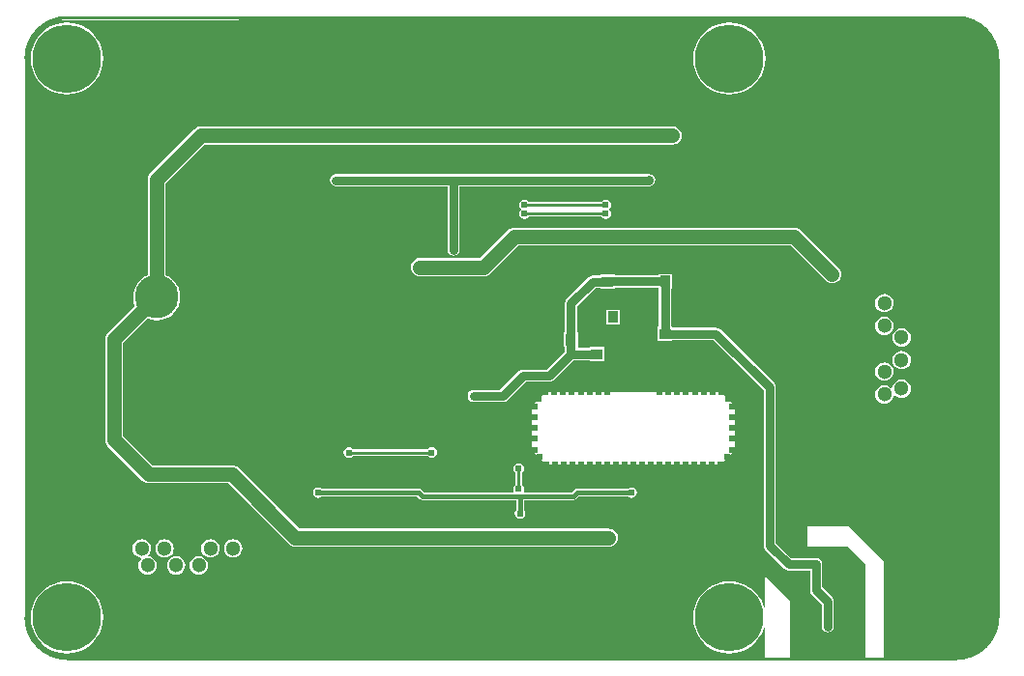
<source format=gbl>
G04*
G04 #@! TF.GenerationSoftware,Altium Limited,Altium Designer,22.0.2 (36)*
G04*
G04 Layer_Physical_Order=2*
G04 Layer_Color=16711680*
%FSLAX25Y25*%
%MOIN*%
G70*
G04*
G04 #@! TF.SameCoordinates,A6D4CE7A-EFCD-4D6A-9A72-3AB9F5591AE9*
G04*
G04*
G04 #@! TF.FilePolarity,Positive*
G04*
G01*
G75*
%ADD16C,0.01000*%
%ADD21R,0.03661X0.03858*%
%ADD44R,0.03858X0.03661*%
%ADD82C,0.05000*%
%ADD85C,0.01500*%
%ADD87C,0.03000*%
%ADD88C,0.14961*%
%ADD89O,0.08661X0.04724*%
%ADD90C,0.05118*%
%ADD91O,0.05118X0.10630*%
%ADD92O,0.05118X0.09449*%
%ADD93O,0.10630X0.05118*%
%ADD94O,0.09449X0.05118*%
%ADD95C,0.23622*%
%ADD96C,0.02400*%
G36*
X354271Y275431D02*
X356066Y274950D01*
X357782Y274239D01*
X359391Y273310D01*
X360865Y272179D01*
X362179Y270865D01*
X363310Y269391D01*
X364239Y267782D01*
X364950Y266066D01*
X365431Y264271D01*
X365673Y262429D01*
Y261500D01*
Y68571D01*
Y67642D01*
X365431Y65800D01*
X364950Y64005D01*
X364239Y62289D01*
X363310Y60680D01*
X362179Y59206D01*
X360865Y57892D01*
X359391Y56761D01*
X357782Y55832D01*
X356066Y55121D01*
X354271Y54640D01*
X352429Y54398D01*
X326958D01*
X326500Y54500D01*
X326500Y54898D01*
Y88000D01*
X314500Y100000D01*
X300000D01*
Y93000D01*
X314000D01*
X320000Y87000D01*
Y54898D01*
X320000Y54500D01*
X319542Y54398D01*
X294458D01*
X294000Y54500D01*
X294000Y54898D01*
Y74500D01*
X285500Y83000D01*
Y72221D01*
X285000Y72162D01*
X284939Y72418D01*
X284191Y74223D01*
X283170Y75888D01*
X281902Y77374D01*
X280416Y78643D01*
X278750Y79663D01*
X276945Y80411D01*
X275046Y80867D01*
X273098Y81020D01*
X271151Y80867D01*
X269251Y80411D01*
X267446Y79663D01*
X265781Y78643D01*
X264295Y77374D01*
X263027Y75888D01*
X262006Y74223D01*
X261258Y72418D01*
X260802Y70518D01*
X260649Y68571D01*
X260802Y66623D01*
X261258Y64724D01*
X262006Y62919D01*
X263027Y61253D01*
X264295Y59768D01*
X265781Y58499D01*
X267446Y57478D01*
X269251Y56731D01*
X271151Y56275D01*
X273098Y56121D01*
X275046Y56275D01*
X276945Y56731D01*
X278750Y57478D01*
X280416Y58499D01*
X281902Y59768D01*
X283170Y61253D01*
X284191Y62919D01*
X284939Y64724D01*
X285000Y64980D01*
X285500Y64921D01*
Y54898D01*
X285500Y54500D01*
X285042Y54398D01*
X43823D01*
X41981Y54640D01*
X40186Y55121D01*
X38470Y55832D01*
X36861Y56761D01*
X35387Y57892D01*
X34073Y59206D01*
X32942Y60680D01*
X32013Y62289D01*
X31302Y64005D01*
X30821Y65800D01*
X30579Y67642D01*
Y68571D01*
Y261484D01*
Y262413D01*
X30821Y264255D01*
X31302Y266050D01*
X32013Y267766D01*
X32942Y269375D01*
X34073Y270849D01*
X35387Y272163D01*
X36861Y273294D01*
X38470Y274223D01*
X40186Y274934D01*
X41981Y275415D01*
X42730Y275514D01*
X42787Y275228D01*
X43030Y274864D01*
X43394Y274621D01*
X43823Y274536D01*
X103323D01*
X103752Y274621D01*
X104116Y274864D01*
X104359Y275228D01*
X104445Y275658D01*
X351500D01*
Y275673D01*
X352429D01*
X354271Y275431D01*
D02*
G37*
%LPC*%
G36*
X273098Y273934D02*
X271151Y273780D01*
X269251Y273324D01*
X267446Y272577D01*
X265781Y271556D01*
X264295Y270287D01*
X263027Y268802D01*
X262006Y267136D01*
X261258Y265331D01*
X260802Y263432D01*
X260649Y261484D01*
X260802Y259537D01*
X261258Y257637D01*
X262006Y255832D01*
X263027Y254167D01*
X264295Y252681D01*
X265781Y251413D01*
X267446Y250392D01*
X269251Y249644D01*
X271151Y249188D01*
X273098Y249035D01*
X275046Y249188D01*
X276945Y249644D01*
X278750Y250392D01*
X280416Y251413D01*
X281902Y252681D01*
X283170Y254167D01*
X284191Y255832D01*
X284939Y257637D01*
X285395Y259537D01*
X285548Y261484D01*
X285395Y263432D01*
X284939Y265331D01*
X284191Y267136D01*
X283170Y268802D01*
X281902Y270287D01*
X280416Y271556D01*
X278750Y272577D01*
X276945Y273324D01*
X275046Y273780D01*
X273098Y273934D01*
D02*
G37*
G36*
X44752D02*
X42805Y273780D01*
X40905Y273324D01*
X39100Y272577D01*
X37434Y271556D01*
X35949Y270287D01*
X34680Y268802D01*
X33659Y267136D01*
X32912Y265331D01*
X32456Y263432D01*
X32303Y261484D01*
X32456Y259537D01*
X32912Y257637D01*
X33659Y255832D01*
X34680Y254167D01*
X35949Y252681D01*
X37434Y251413D01*
X39100Y250392D01*
X40905Y249644D01*
X42805Y249188D01*
X44752Y249035D01*
X46700Y249188D01*
X48599Y249644D01*
X50404Y250392D01*
X52069Y251413D01*
X53555Y252681D01*
X54824Y254167D01*
X55844Y255832D01*
X56592Y257637D01*
X57048Y259537D01*
X57201Y261484D01*
X57048Y263432D01*
X56592Y265331D01*
X55844Y267136D01*
X54824Y268802D01*
X53555Y270287D01*
X52069Y271556D01*
X50404Y272577D01*
X48599Y273324D01*
X46700Y273780D01*
X44752Y273934D01*
D02*
G37*
G36*
X230500Y212835D02*
X229798Y212696D01*
X229202Y212298D01*
X229085Y212122D01*
X203915D01*
X203798Y212298D01*
X203202Y212696D01*
X202500Y212835D01*
X201798Y212696D01*
X201202Y212298D01*
X200804Y211702D01*
X200665Y211000D01*
X200804Y210298D01*
X201202Y209702D01*
Y209298D01*
X200804Y208702D01*
X200665Y208000D01*
X200804Y207298D01*
X201202Y206702D01*
X201798Y206304D01*
X202500Y206165D01*
X203202Y206304D01*
X203798Y206702D01*
X203915Y206878D01*
X229085D01*
X229202Y206702D01*
X229798Y206304D01*
X230500Y206165D01*
X231202Y206304D01*
X231798Y206702D01*
X232196Y207298D01*
X232335Y208000D01*
X232196Y208702D01*
X231798Y209298D01*
Y209702D01*
X232196Y210298D01*
X232335Y211000D01*
X232196Y211702D01*
X231798Y212298D01*
X231202Y212696D01*
X230500Y212835D01*
D02*
G37*
G36*
X245449Y221661D02*
X245350Y221641D01*
X137500D01*
X136681Y221478D01*
X135986Y221014D01*
X135522Y220319D01*
X135359Y219500D01*
X135522Y218681D01*
X135986Y217986D01*
X136681Y217522D01*
X137500Y217359D01*
X175859D01*
Y195500D01*
X176022Y194681D01*
X176486Y193986D01*
X177181Y193522D01*
X178000Y193359D01*
X178819Y193522D01*
X179514Y193986D01*
X179978Y194681D01*
X180141Y195500D01*
Y217359D01*
X245429D01*
X246249Y217522D01*
X246943Y217986D01*
X246963Y218006D01*
X247427Y218700D01*
X247590Y219520D01*
X247427Y220339D01*
X246963Y221034D01*
X246268Y221498D01*
X245449Y221661D01*
D02*
G37*
G36*
X253431Y187127D02*
X248569D01*
Y186690D01*
X233702D01*
Y186931D01*
X228644D01*
Y186641D01*
X226000D01*
X225181Y186478D01*
X224486Y186014D01*
X216986Y178514D01*
X216522Y177819D01*
X216359Y177000D01*
Y166961D01*
X216069D01*
Y161903D01*
X216297D01*
Y160387D01*
X210051Y154141D01*
X202000D01*
X201181Y153978D01*
X200486Y153514D01*
X194113Y147141D01*
X185000D01*
X184181Y146978D01*
X183486Y146514D01*
X183022Y145819D01*
X182859Y145000D01*
X183022Y144181D01*
X183486Y143486D01*
X184181Y143022D01*
X185000Y142859D01*
X195000D01*
X195819Y143022D01*
X196514Y143486D01*
X202887Y149859D01*
X210938D01*
X211757Y150022D01*
X212452Y150486D01*
X219325Y157359D01*
X224971D01*
Y157069D01*
X230029D01*
Y161931D01*
X224971D01*
Y161641D01*
X221322D01*
X220931Y161903D01*
Y166961D01*
X220641D01*
Y176113D01*
X226887Y182359D01*
X228644D01*
Y182069D01*
X233702D01*
Y182408D01*
X248569D01*
Y182069D01*
X248810D01*
Y168931D01*
X248372D01*
Y164069D01*
X253431D01*
Y164359D01*
X267613D01*
X284859Y147113D01*
Y93500D01*
X285022Y92681D01*
X285486Y91986D01*
X292018Y85454D01*
X292713Y84990D01*
X293532Y84827D01*
X300891D01*
Y77968D01*
X301054Y77149D01*
X301518Y76454D01*
X304859Y73113D01*
Y65500D01*
X305022Y64681D01*
X305486Y63986D01*
X306181Y63522D01*
X307000Y63359D01*
X307819Y63522D01*
X308514Y63986D01*
X308978Y64681D01*
X309141Y65500D01*
Y74000D01*
X308978Y74819D01*
X308514Y75514D01*
X305173Y78855D01*
Y86968D01*
X305010Y87787D01*
X304546Y88482D01*
X303851Y88946D01*
X303032Y89109D01*
X294419D01*
X289141Y94387D01*
Y148000D01*
X288978Y148819D01*
X288514Y149514D01*
X270014Y168014D01*
X269319Y168478D01*
X268500Y168641D01*
X253431D01*
Y168931D01*
X253092D01*
Y182069D01*
X253431D01*
Y187127D01*
D02*
G37*
G36*
X295500Y203127D02*
X295500Y203127D01*
X199000D01*
X198191Y203020D01*
X197437Y202708D01*
X196789Y202211D01*
X196789Y202211D01*
X187205Y192627D01*
X166500D01*
X165691Y192520D01*
X164937Y192208D01*
X164289Y191711D01*
X163792Y191063D01*
X163480Y190309D01*
X163373Y189500D01*
X163480Y188691D01*
X163792Y187937D01*
X164289Y187289D01*
X164937Y186792D01*
X165691Y186480D01*
X166500Y186373D01*
X188500D01*
X188500Y186373D01*
X189309Y186480D01*
X190063Y186792D01*
X190711Y187289D01*
X200295Y196873D01*
X294205D01*
X306289Y184789D01*
X306937Y184292D01*
X307691Y183980D01*
X308500Y183873D01*
X309309Y183980D01*
X310063Y184292D01*
X310711Y184789D01*
X311208Y185437D01*
X311520Y186191D01*
X311627Y187000D01*
X311520Y187809D01*
X311208Y188563D01*
X310711Y189211D01*
X297711Y202211D01*
X297063Y202708D01*
X296309Y203020D01*
X295500Y203127D01*
D02*
G37*
G36*
X326563Y180234D02*
X325738Y180125D01*
X324970Y179807D01*
X324310Y179300D01*
X323803Y178640D01*
X323485Y177872D01*
X323376Y177047D01*
X323485Y176223D01*
X323803Y175454D01*
X324310Y174794D01*
X324970Y174288D01*
X325738Y173969D01*
X326563Y173861D01*
X327387Y173969D01*
X328156Y174288D01*
X328816Y174794D01*
X329322Y175454D01*
X329640Y176223D01*
X329749Y177047D01*
X329640Y177872D01*
X329322Y178640D01*
X328816Y179300D01*
X328156Y179807D01*
X327387Y180125D01*
X326563Y180234D01*
D02*
G37*
G36*
X90866Y237993D02*
X90461Y237940D01*
X90057Y237886D01*
X89303Y237574D01*
X88655Y237077D01*
X73470Y221892D01*
X72973Y221245D01*
X72661Y220490D01*
X72554Y219681D01*
X72554Y219681D01*
Y186692D01*
X71170Y185952D01*
X69940Y184942D01*
X68930Y183712D01*
X68180Y182308D01*
X67718Y180785D01*
X67562Y179201D01*
X67718Y177617D01*
X68173Y176115D01*
X58789Y166731D01*
X58292Y166083D01*
X57980Y165329D01*
X57873Y164520D01*
X57873Y164520D01*
Y130000D01*
X57873Y130000D01*
X57980Y129191D01*
X58292Y128437D01*
X58789Y127789D01*
X70789Y115789D01*
X70789Y115789D01*
X71437Y115292D01*
X72191Y114980D01*
X73000Y114873D01*
X100339D01*
X121289Y93923D01*
X121289Y93923D01*
X121937Y93426D01*
X122691Y93114D01*
X123500Y93007D01*
X231500D01*
X232309Y93114D01*
X233063Y93426D01*
X233711Y93923D01*
X234208Y94570D01*
X234520Y95325D01*
X234627Y96134D01*
X234520Y96943D01*
X234208Y97697D01*
X233711Y98345D01*
X233063Y98842D01*
X232309Y99154D01*
X231500Y99261D01*
X124795D01*
X103845Y120211D01*
X103197Y120708D01*
X102443Y121020D01*
X101634Y121127D01*
X101634Y121127D01*
X74295D01*
X64127Y131295D01*
Y163225D01*
X72595Y171693D01*
X74097Y171238D01*
X75681Y171082D01*
X77265Y171238D01*
X78788Y171700D01*
X80192Y172450D01*
X81422Y173460D01*
X82432Y174690D01*
X83182Y176094D01*
X83644Y177617D01*
X83801Y179201D01*
X83644Y180785D01*
X83182Y182308D01*
X82432Y183712D01*
X81422Y184942D01*
X80192Y185952D01*
X78808Y186692D01*
Y218386D01*
X92161Y231739D01*
X253500D01*
X254309Y231846D01*
X255063Y232158D01*
X255711Y232655D01*
X256208Y233303D01*
X256520Y234057D01*
X256627Y234866D01*
X256520Y235675D01*
X256208Y236430D01*
X255711Y237077D01*
X255063Y237574D01*
X254309Y237886D01*
X253500Y237993D01*
X90866D01*
X90866Y237993D01*
D02*
G37*
G36*
X235462Y174835D02*
X230601D01*
Y169777D01*
X235462D01*
Y174835D01*
D02*
G37*
G36*
X326563Y172360D02*
X325738Y172251D01*
X324970Y171933D01*
X324310Y171426D01*
X323803Y170766D01*
X323485Y169998D01*
X323376Y169173D01*
X323485Y168349D01*
X323803Y167580D01*
X324310Y166920D01*
X324970Y166414D01*
X325738Y166095D01*
X326563Y165987D01*
X327387Y166095D01*
X328156Y166414D01*
X328816Y166920D01*
X329322Y167580D01*
X329640Y168349D01*
X329749Y169173D01*
X329640Y169998D01*
X329322Y170766D01*
X328816Y171426D01*
X328156Y171933D01*
X327387Y172251D01*
X326563Y172360D01*
D02*
G37*
G36*
X332469Y168422D02*
X331644Y168314D01*
X330875Y167996D01*
X330216Y167489D01*
X329709Y166829D01*
X329391Y166061D01*
X329282Y165236D01*
X329391Y164411D01*
X329709Y163643D01*
X330216Y162983D01*
X330875Y162477D01*
X331644Y162159D01*
X332469Y162050D01*
X333293Y162159D01*
X334062Y162477D01*
X334722Y162983D01*
X335228Y163643D01*
X335546Y164411D01*
X335655Y165236D01*
X335546Y166061D01*
X335228Y166829D01*
X334722Y167489D01*
X334062Y167996D01*
X333293Y168314D01*
X332469Y168422D01*
D02*
G37*
G36*
Y160548D02*
X331644Y160440D01*
X330875Y160122D01*
X330216Y159615D01*
X329709Y158955D01*
X329391Y158187D01*
X329282Y157362D01*
X329391Y156537D01*
X329709Y155769D01*
X330216Y155109D01*
X330875Y154603D01*
X331644Y154285D01*
X332469Y154176D01*
X333293Y154285D01*
X334062Y154603D01*
X334722Y155109D01*
X335228Y155769D01*
X335546Y156537D01*
X335655Y157362D01*
X335546Y158187D01*
X335228Y158955D01*
X334722Y159615D01*
X334062Y160122D01*
X333293Y160440D01*
X332469Y160548D01*
D02*
G37*
G36*
X326563Y156612D02*
X325738Y156503D01*
X324970Y156185D01*
X324310Y155678D01*
X323803Y155018D01*
X323485Y154250D01*
X323376Y153425D01*
X323485Y152601D01*
X323803Y151832D01*
X324310Y151172D01*
X324970Y150666D01*
X325738Y150347D01*
X326563Y150239D01*
X327387Y150347D01*
X328156Y150666D01*
X328816Y151172D01*
X329322Y151832D01*
X329640Y152601D01*
X329749Y153425D01*
X329640Y154250D01*
X329322Y155018D01*
X328816Y155678D01*
X328156Y156185D01*
X327387Y156503D01*
X326563Y156612D01*
D02*
G37*
G36*
X332469Y150707D02*
X331644Y150598D01*
X330875Y150280D01*
X330216Y149773D01*
X329709Y149113D01*
X329391Y148345D01*
X329338Y147945D01*
X328816Y147804D01*
X328156Y148311D01*
X327387Y148629D01*
X326563Y148738D01*
X325738Y148629D01*
X324970Y148311D01*
X324310Y147804D01*
X323803Y147144D01*
X323485Y146376D01*
X323376Y145551D01*
X323485Y144727D01*
X323803Y143958D01*
X324310Y143298D01*
X324970Y142792D01*
X325738Y142473D01*
X326563Y142365D01*
X327387Y142473D01*
X328156Y142792D01*
X328816Y143298D01*
X329322Y143958D01*
X329640Y144727D01*
X329693Y145127D01*
X330216Y145267D01*
X330875Y144761D01*
X331644Y144442D01*
X332469Y144334D01*
X333293Y144442D01*
X334062Y144761D01*
X334722Y145267D01*
X335228Y145927D01*
X335546Y146695D01*
X335655Y147520D01*
X335546Y148345D01*
X335228Y149113D01*
X334722Y149773D01*
X334062Y150280D01*
X333293Y150598D01*
X332469Y150707D01*
D02*
G37*
G36*
X170500Y127335D02*
X169798Y127196D01*
X169202Y126798D01*
X169085Y126622D01*
X143415D01*
X143298Y126798D01*
X142702Y127196D01*
X142000Y127335D01*
X141298Y127196D01*
X140702Y126798D01*
X140304Y126202D01*
X140165Y125500D01*
X140304Y124798D01*
X140702Y124202D01*
X141298Y123804D01*
X142000Y123665D01*
X142702Y123804D01*
X143298Y124202D01*
X143415Y124378D01*
X169085D01*
X169202Y124202D01*
X169798Y123804D01*
X170500Y123665D01*
X171202Y123804D01*
X171798Y124202D01*
X172196Y124798D01*
X172335Y125500D01*
X172196Y126202D01*
X171798Y126798D01*
X171202Y127196D01*
X170500Y127335D01*
D02*
G37*
G36*
X270241Y146259D02*
X209759D01*
X205000Y141500D01*
Y126500D01*
X205000D01*
X210000Y121500D01*
X270000D01*
X275000Y126500D01*
Y141500D01*
X270241Y146259D01*
D02*
G37*
G36*
X200500Y121835D02*
X199798Y121696D01*
X199202Y121298D01*
X198804Y120702D01*
X198665Y120000D01*
X198804Y119298D01*
X199202Y118702D01*
X199378Y118585D01*
Y114415D01*
X199202Y114298D01*
X198804Y113702D01*
X198665Y113000D01*
X198799Y112326D01*
X198800Y112239D01*
X198544Y111826D01*
X167765D01*
X167033Y112558D01*
X166587Y112856D01*
X166060Y112961D01*
X132635D01*
X132157Y113280D01*
X131455Y113420D01*
X130752Y113280D01*
X130157Y112882D01*
X129759Y112287D01*
X129619Y111585D01*
X129759Y110882D01*
X130157Y110287D01*
X130752Y109889D01*
X131455Y109749D01*
X132157Y109889D01*
X132635Y110208D01*
X165490D01*
X166221Y109477D01*
X166668Y109178D01*
X167194Y109073D01*
X167195Y109074D01*
X199624D01*
Y105680D01*
X199304Y105202D01*
X199165Y104500D01*
X199304Y103798D01*
X199702Y103202D01*
X200298Y102804D01*
X201000Y102665D01*
X201702Y102804D01*
X202298Y103202D01*
X202696Y103798D01*
X202835Y104500D01*
X202696Y105202D01*
X202376Y105680D01*
Y109074D01*
X219450D01*
X219977Y109178D01*
X220423Y109477D01*
X221155Y110208D01*
X238235D01*
X238713Y109889D01*
X239415Y109749D01*
X240118Y109889D01*
X240713Y110287D01*
X241111Y110882D01*
X241251Y111585D01*
X241111Y112287D01*
X240713Y112882D01*
X240118Y113280D01*
X239415Y113420D01*
X238713Y113280D01*
X238235Y112961D01*
X220585D01*
X220585Y112961D01*
X220058Y112856D01*
X219611Y112558D01*
X218880Y111826D01*
X202456D01*
X202200Y112239D01*
X202201Y112326D01*
X202335Y113000D01*
X202196Y113702D01*
X201798Y114298D01*
X201622Y114415D01*
Y118585D01*
X201798Y118702D01*
X202196Y119298D01*
X202335Y120000D01*
X202196Y120702D01*
X201798Y121298D01*
X201202Y121696D01*
X200500Y121835D01*
D02*
G37*
G36*
X102051Y95608D02*
X101226Y95500D01*
X100458Y95181D01*
X99798Y94675D01*
X99292Y94015D01*
X98973Y93247D01*
X98865Y92422D01*
X98973Y91597D01*
X99292Y90829D01*
X99798Y90169D01*
X100458Y89663D01*
X101226Y89344D01*
X102051Y89236D01*
X102876Y89344D01*
X103644Y89663D01*
X104304Y90169D01*
X104810Y90829D01*
X105129Y91597D01*
X105237Y92422D01*
X105129Y93247D01*
X104810Y94015D01*
X104304Y94675D01*
X103644Y95181D01*
X102876Y95500D01*
X102051Y95608D01*
D02*
G37*
G36*
X94177D02*
X93352Y95500D01*
X92584Y95181D01*
X91924Y94675D01*
X91418Y94015D01*
X91099Y93247D01*
X90991Y92422D01*
X91099Y91597D01*
X91418Y90829D01*
X91924Y90169D01*
X92584Y89663D01*
X93352Y89344D01*
X94177Y89236D01*
X95002Y89344D01*
X95770Y89663D01*
X96430Y90169D01*
X96936Y90829D01*
X97255Y91597D01*
X97363Y92422D01*
X97255Y93247D01*
X96936Y94015D01*
X96430Y94675D01*
X95770Y95181D01*
X95002Y95500D01*
X94177Y95608D01*
D02*
G37*
G36*
X78429D02*
X77604Y95500D01*
X76836Y95181D01*
X76176Y94675D01*
X75670Y94015D01*
X75351Y93247D01*
X75243Y92422D01*
X75351Y91597D01*
X75670Y90829D01*
X76176Y90169D01*
X76836Y89663D01*
X77604Y89344D01*
X78429Y89236D01*
X79254Y89344D01*
X80022Y89663D01*
X80682Y90169D01*
X81188Y90829D01*
X81507Y91597D01*
X81615Y92422D01*
X81507Y93247D01*
X81188Y94015D01*
X80682Y94675D01*
X80022Y95181D01*
X79254Y95500D01*
X78429Y95608D01*
D02*
G37*
G36*
X90240Y89702D02*
X89415Y89594D01*
X88647Y89275D01*
X87987Y88769D01*
X87481Y88109D01*
X87162Y87341D01*
X87054Y86516D01*
X87162Y85691D01*
X87481Y84923D01*
X87987Y84263D01*
X88647Y83757D01*
X89415Y83438D01*
X90240Y83330D01*
X91065Y83438D01*
X91833Y83757D01*
X92493Y84263D01*
X92999Y84923D01*
X93318Y85691D01*
X93426Y86516D01*
X93318Y87341D01*
X92999Y88109D01*
X92493Y88769D01*
X91833Y89275D01*
X91065Y89594D01*
X90240Y89702D01*
D02*
G37*
G36*
X82366D02*
X81541Y89594D01*
X80773Y89275D01*
X80113Y88769D01*
X79607Y88109D01*
X79288Y87341D01*
X79180Y86516D01*
X79288Y85691D01*
X79607Y84923D01*
X80113Y84263D01*
X80773Y83757D01*
X81541Y83438D01*
X82366Y83330D01*
X83191Y83438D01*
X83959Y83757D01*
X84619Y84263D01*
X85125Y84923D01*
X85444Y85691D01*
X85552Y86516D01*
X85444Y87341D01*
X85125Y88109D01*
X84619Y88769D01*
X83959Y89275D01*
X83191Y89594D01*
X82366Y89702D01*
D02*
G37*
G36*
X70555Y95608D02*
X69730Y95500D01*
X68962Y95181D01*
X68302Y94675D01*
X67796Y94015D01*
X67477Y93247D01*
X67369Y92422D01*
X67477Y91597D01*
X67796Y90829D01*
X68302Y90169D01*
X68962Y89663D01*
X69730Y89344D01*
X70130Y89292D01*
X70271Y88769D01*
X69765Y88109D01*
X69446Y87341D01*
X69338Y86516D01*
X69446Y85691D01*
X69765Y84923D01*
X70271Y84263D01*
X70931Y83757D01*
X71699Y83438D01*
X72524Y83330D01*
X73349Y83438D01*
X74117Y83757D01*
X74777Y84263D01*
X75283Y84923D01*
X75602Y85691D01*
X75710Y86516D01*
X75602Y87341D01*
X75283Y88109D01*
X74777Y88769D01*
X74117Y89275D01*
X73349Y89594D01*
X72948Y89646D01*
X72808Y90169D01*
X73314Y90829D01*
X73633Y91597D01*
X73741Y92422D01*
X73633Y93247D01*
X73314Y94015D01*
X72808Y94675D01*
X72148Y95181D01*
X71380Y95500D01*
X70555Y95608D01*
D02*
G37*
G36*
X44752Y81020D02*
X42805Y80867D01*
X40905Y80411D01*
X39100Y79663D01*
X37434Y78643D01*
X35949Y77374D01*
X34680Y75888D01*
X33659Y74223D01*
X32912Y72418D01*
X32456Y70518D01*
X32303Y68571D01*
X32456Y66623D01*
X32912Y64724D01*
X33659Y62919D01*
X34680Y61253D01*
X35949Y59768D01*
X37434Y58499D01*
X39100Y57478D01*
X40905Y56731D01*
X42805Y56275D01*
X44752Y56121D01*
X46700Y56275D01*
X48599Y56731D01*
X50404Y57478D01*
X52069Y58499D01*
X53555Y59768D01*
X54824Y61253D01*
X55844Y62919D01*
X56592Y64724D01*
X57048Y66623D01*
X57201Y68571D01*
X57048Y70518D01*
X56592Y72418D01*
X55844Y74223D01*
X54824Y75888D01*
X53555Y77374D01*
X52069Y78643D01*
X50404Y79663D01*
X48599Y80411D01*
X46700Y80867D01*
X44752Y81020D01*
D02*
G37*
%LPD*%
D16*
X200500Y113000D02*
Y120000D01*
X142000Y125500D02*
X170500D01*
X202500Y211000D02*
X230500D01*
X202500Y208000D02*
X230500D01*
X351500Y54398D02*
G03*
X365673Y68571I0J14173D01*
G01*
Y261500D02*
G03*
X351500Y275673I-14173J0D01*
G01*
X30579Y68571D02*
G03*
X44752Y54398I14173J0D01*
G01*
Y275658D02*
G03*
X30579Y261484I0J-14173D01*
G01*
X44752Y275658D02*
X351500D01*
X365673Y68571D02*
Y261500D01*
X44752Y54398D02*
X351500D01*
X30579Y68571D02*
Y261484D01*
D21*
X233032Y172306D02*
D03*
X226969D02*
D03*
X224563Y164432D02*
D03*
X218500D02*
D03*
X257063Y184598D02*
D03*
X251000D02*
D03*
D44*
X231173Y190563D02*
D03*
Y184500D02*
D03*
X250902Y160437D02*
D03*
Y166500D02*
D03*
X227500Y153437D02*
D03*
Y159500D02*
D03*
D82*
X166500Y189500D02*
X188500D01*
X123500Y96134D02*
X231500D01*
X101634Y118000D02*
X123500Y96134D01*
X145500Y234866D02*
X253500D01*
X90866D02*
X145500D01*
X73000Y118000D02*
X101634D01*
X61000Y130000D02*
Y164520D01*
Y130000D02*
X73000Y118000D01*
X75681Y179200D02*
Y179201D01*
X61000Y164520D02*
X75681Y179200D01*
X75681Y219681D02*
X90866Y234866D01*
X75681Y179201D02*
X75681Y179202D01*
Y219681D01*
X205500Y200000D02*
X295500D01*
X199000D02*
X205500D01*
X295500D02*
X308500Y187000D01*
X188500Y189500D02*
X199000Y200000D01*
D85*
X201000Y110450D02*
X219450D01*
X167194D02*
X201000D01*
Y104500D02*
Y110450D01*
X220585Y111585D02*
X239415D01*
X219450Y110450D02*
X220585Y111585D01*
X131455D02*
X166060D01*
X167194Y110450D01*
D87*
X137500Y219500D02*
X245429D01*
X245449Y219520D01*
X178000Y195500D02*
Y219000D01*
X268500Y166500D02*
X287000Y148000D01*
Y93500D02*
Y148000D01*
X250902Y166500D02*
X268500D01*
X185000Y145000D02*
X195000D01*
X202000Y152000D01*
X210938D01*
X218438Y159500D01*
X293532Y86968D02*
X303032D01*
X287000Y93500D02*
X293532Y86968D01*
X307000Y65500D02*
Y74000D01*
X303032Y77968D02*
X307000Y74000D01*
X303032Y77968D02*
Y86968D01*
X250951Y166549D02*
Y184549D01*
X250902Y166500D02*
X250951Y166549D01*
X231173Y184500D02*
X231222Y184549D01*
X250951D01*
X218500Y177000D02*
X226000Y184500D01*
X231173D01*
X218500Y164432D02*
Y177000D01*
X218438Y159500D02*
Y164071D01*
Y159500D02*
X227500D01*
D88*
X75681Y179201D02*
D03*
Y150855D02*
D03*
D89*
X52059Y191603D02*
D03*
Y138453D02*
D03*
D90*
X72524Y86516D02*
D03*
X82366D02*
D03*
X90240D02*
D03*
X100083D02*
D03*
X102051Y92422D02*
D03*
X94177D02*
D03*
X86303D02*
D03*
X78429D02*
D03*
X70555D02*
D03*
X332469Y147520D02*
D03*
Y157362D02*
D03*
Y165236D02*
D03*
Y175079D02*
D03*
X326563Y177047D02*
D03*
Y169173D02*
D03*
Y161299D02*
D03*
Y153425D02*
D03*
Y145551D02*
D03*
D91*
X61106Y88485D02*
D03*
X111500D02*
D03*
D92*
Y62500D02*
D03*
X61106D02*
D03*
D93*
X330500Y136102D02*
D03*
Y186496D02*
D03*
D94*
X356485D02*
D03*
Y136102D02*
D03*
D95*
X44752Y261484D02*
D03*
Y68571D02*
D03*
X273098D02*
D03*
Y261484D02*
D03*
D96*
X258000Y121500D02*
D03*
X255000D02*
D03*
X252000D02*
D03*
X249000D02*
D03*
X246000D02*
D03*
X243000D02*
D03*
X240000D02*
D03*
X237000D02*
D03*
X234000D02*
D03*
X231000D02*
D03*
X212780Y146259D02*
D03*
X215801D02*
D03*
X218822D02*
D03*
X228000Y121500D02*
D03*
X225000D02*
D03*
X222000D02*
D03*
X219000D02*
D03*
X216000D02*
D03*
X213000D02*
D03*
X210000D02*
D03*
X207621Y123879D02*
D03*
X207379Y143879D02*
D03*
X205900Y134000D02*
D03*
Y141500D02*
D03*
Y130250D02*
D03*
Y126500D02*
D03*
Y137750D02*
D03*
X209759Y146259D02*
D03*
X224864D02*
D03*
X230906D02*
D03*
X227885D02*
D03*
X221843D02*
D03*
X258157D02*
D03*
X252116D02*
D03*
X249095D02*
D03*
X255136D02*
D03*
X270241D02*
D03*
X274100Y137750D02*
D03*
Y126500D02*
D03*
Y130250D02*
D03*
Y141500D02*
D03*
Y134000D02*
D03*
X295000Y130000D02*
D03*
X272621Y143879D02*
D03*
X223000Y153437D02*
D03*
X227500D02*
D03*
X360000Y260000D02*
D03*
Y240000D02*
D03*
Y220000D02*
D03*
Y200000D02*
D03*
Y180000D02*
D03*
Y160000D02*
D03*
Y120000D02*
D03*
Y100000D02*
D03*
Y80000D02*
D03*
Y60000D02*
D03*
X355000Y270000D02*
D03*
X350000Y260000D02*
D03*
X355000Y250000D02*
D03*
X350000Y240000D02*
D03*
X355000Y230000D02*
D03*
X350000Y220000D02*
D03*
X355000Y210000D02*
D03*
X350000Y200000D02*
D03*
Y180000D02*
D03*
X355000Y170000D02*
D03*
X350000Y160000D02*
D03*
X355000Y150000D02*
D03*
X350000Y140000D02*
D03*
X355000Y130000D02*
D03*
X350000Y120000D02*
D03*
X355000Y110000D02*
D03*
X350000Y100000D02*
D03*
X355000Y90000D02*
D03*
X350000Y80000D02*
D03*
X355000Y70000D02*
D03*
X350000Y60000D02*
D03*
X345000Y270000D02*
D03*
X340000Y260000D02*
D03*
X345000Y250000D02*
D03*
X340000Y240000D02*
D03*
X345000Y230000D02*
D03*
X340000Y220000D02*
D03*
X345000Y210000D02*
D03*
X340000Y200000D02*
D03*
X345000Y190000D02*
D03*
Y170000D02*
D03*
Y150000D02*
D03*
X340000Y140000D02*
D03*
X345000Y130000D02*
D03*
X340000Y120000D02*
D03*
X345000Y110000D02*
D03*
X340000Y100000D02*
D03*
X345000Y90000D02*
D03*
X340000Y80000D02*
D03*
X345000Y70000D02*
D03*
X340000Y60000D02*
D03*
X335000Y270000D02*
D03*
X330000Y260000D02*
D03*
X335000Y250000D02*
D03*
X330000Y240000D02*
D03*
X335000Y230000D02*
D03*
X330000Y220000D02*
D03*
X335000Y210000D02*
D03*
X330000Y200000D02*
D03*
Y180000D02*
D03*
X335000Y170000D02*
D03*
Y130000D02*
D03*
X330000Y120000D02*
D03*
X335000Y110000D02*
D03*
X330000Y100000D02*
D03*
X335000Y90000D02*
D03*
X330000Y80000D02*
D03*
X335000Y70000D02*
D03*
X330000Y60000D02*
D03*
X325000Y270000D02*
D03*
X320000Y260000D02*
D03*
X325000Y250000D02*
D03*
X320000Y240000D02*
D03*
X325000Y230000D02*
D03*
X320000Y220000D02*
D03*
X325000Y210000D02*
D03*
X320000Y200000D02*
D03*
Y140000D02*
D03*
X325000Y130000D02*
D03*
X320000Y120000D02*
D03*
X325000Y110000D02*
D03*
X320000Y100000D02*
D03*
X315000Y270000D02*
D03*
X310000Y260000D02*
D03*
X315000Y250000D02*
D03*
X310000Y240000D02*
D03*
X315000Y230000D02*
D03*
X310000Y220000D02*
D03*
X315000Y210000D02*
D03*
X310000Y200000D02*
D03*
Y180000D02*
D03*
Y140000D02*
D03*
X315000Y130000D02*
D03*
X310000Y120000D02*
D03*
X315000Y110000D02*
D03*
Y90000D02*
D03*
Y70000D02*
D03*
X305000Y270000D02*
D03*
X300000Y260000D02*
D03*
X305000Y250000D02*
D03*
X300000Y240000D02*
D03*
X305000Y230000D02*
D03*
X300000Y220000D02*
D03*
X305000Y210000D02*
D03*
X300000Y180000D02*
D03*
X305000Y170000D02*
D03*
Y150000D02*
D03*
X300000Y140000D02*
D03*
X305000Y130000D02*
D03*
X300000Y120000D02*
D03*
X305000Y110000D02*
D03*
X295000Y270000D02*
D03*
X290000Y260000D02*
D03*
X295000Y250000D02*
D03*
X290000Y240000D02*
D03*
X295000Y230000D02*
D03*
X290000Y220000D02*
D03*
X295000Y210000D02*
D03*
Y190000D02*
D03*
Y110000D02*
D03*
X285000Y270000D02*
D03*
Y250000D02*
D03*
X280000Y240000D02*
D03*
X285000Y230000D02*
D03*
X280000Y220000D02*
D03*
X285000Y210000D02*
D03*
Y190000D02*
D03*
X280000Y100000D02*
D03*
X270000Y240000D02*
D03*
X275000Y230000D02*
D03*
X270000Y220000D02*
D03*
X275000Y210000D02*
D03*
Y190000D02*
D03*
Y170000D02*
D03*
X270000Y100000D02*
D03*
X275000Y90000D02*
D03*
X265000Y250000D02*
D03*
X260000Y240000D02*
D03*
X265000Y230000D02*
D03*
X260000Y220000D02*
D03*
X265000Y210000D02*
D03*
Y190000D02*
D03*
X260000Y160000D02*
D03*
X265000Y110000D02*
D03*
X260000Y100000D02*
D03*
X265000Y90000D02*
D03*
X260000Y80000D02*
D03*
Y60000D02*
D03*
X250000Y260000D02*
D03*
X255000Y250000D02*
D03*
Y230000D02*
D03*
Y210000D02*
D03*
Y110000D02*
D03*
X250000Y100000D02*
D03*
X255000Y90000D02*
D03*
X250000Y60000D02*
D03*
X245000Y270000D02*
D03*
X240000Y260000D02*
D03*
X245000Y210000D02*
D03*
X240000Y180000D02*
D03*
X245000Y170000D02*
D03*
Y70000D02*
D03*
X240000Y60000D02*
D03*
X235000Y270000D02*
D03*
X230000Y240000D02*
D03*
X235000Y230000D02*
D03*
X230000Y80000D02*
D03*
X235000Y70000D02*
D03*
X225000Y270000D02*
D03*
X220000Y260000D02*
D03*
X225000Y250000D02*
D03*
Y230000D02*
D03*
Y90000D02*
D03*
X220000Y80000D02*
D03*
X225000Y70000D02*
D03*
X220000Y60000D02*
D03*
X215000Y270000D02*
D03*
X210000Y260000D02*
D03*
Y180000D02*
D03*
X215000Y90000D02*
D03*
Y70000D02*
D03*
X210000Y60000D02*
D03*
X205000Y270000D02*
D03*
X200000Y260000D02*
D03*
X205000Y250000D02*
D03*
Y230000D02*
D03*
Y170000D02*
D03*
X200000Y160000D02*
D03*
Y60000D02*
D03*
X195000Y270000D02*
D03*
X190000Y260000D02*
D03*
X195000Y250000D02*
D03*
X190000Y200000D02*
D03*
X195000Y170000D02*
D03*
X190000Y160000D02*
D03*
Y140000D02*
D03*
Y120000D02*
D03*
X195000Y90000D02*
D03*
X190000Y80000D02*
D03*
X195000Y70000D02*
D03*
X190000Y60000D02*
D03*
X185000Y270000D02*
D03*
X180000Y260000D02*
D03*
X185000Y250000D02*
D03*
Y170000D02*
D03*
X180000Y140000D02*
D03*
Y120000D02*
D03*
X185000Y90000D02*
D03*
X180000Y80000D02*
D03*
X185000Y70000D02*
D03*
X180000Y60000D02*
D03*
X175000Y270000D02*
D03*
X170000Y260000D02*
D03*
X175000Y250000D02*
D03*
Y230000D02*
D03*
Y130000D02*
D03*
X170000Y120000D02*
D03*
X175000Y90000D02*
D03*
X170000Y80000D02*
D03*
Y60000D02*
D03*
X165000Y270000D02*
D03*
X160000Y260000D02*
D03*
X165000Y250000D02*
D03*
X160000Y240000D02*
D03*
X165000Y230000D02*
D03*
X160000Y180000D02*
D03*
X165000Y170000D02*
D03*
X160000Y160000D02*
D03*
X165000Y150000D02*
D03*
X160000Y120000D02*
D03*
X165000Y90000D02*
D03*
X160000Y80000D02*
D03*
X165000Y70000D02*
D03*
X160000Y60000D02*
D03*
X155000Y250000D02*
D03*
X150000Y240000D02*
D03*
X155000Y230000D02*
D03*
Y170000D02*
D03*
Y150000D02*
D03*
X150000Y140000D02*
D03*
X155000Y90000D02*
D03*
X150000Y80000D02*
D03*
X155000Y70000D02*
D03*
X140000Y260000D02*
D03*
X145000Y250000D02*
D03*
Y230000D02*
D03*
Y190000D02*
D03*
X140000Y140000D02*
D03*
X145000Y130000D02*
D03*
Y90000D02*
D03*
X140000Y60000D02*
D03*
X135000Y270000D02*
D03*
X130000Y260000D02*
D03*
Y140000D02*
D03*
X135000Y130000D02*
D03*
Y70000D02*
D03*
X130000Y60000D02*
D03*
X125000Y250000D02*
D03*
X120000Y240000D02*
D03*
X125000Y230000D02*
D03*
X120000Y220000D02*
D03*
Y140000D02*
D03*
X125000Y130000D02*
D03*
Y90000D02*
D03*
X120000Y80000D02*
D03*
X115000Y270000D02*
D03*
X110000Y260000D02*
D03*
X115000Y250000D02*
D03*
X110000Y240000D02*
D03*
X115000Y230000D02*
D03*
X110000Y220000D02*
D03*
Y140000D02*
D03*
X115000Y130000D02*
D03*
X110000Y120000D02*
D03*
Y100000D02*
D03*
X115000Y70000D02*
D03*
X105000Y270000D02*
D03*
X100000Y260000D02*
D03*
X105000Y250000D02*
D03*
X100000Y240000D02*
D03*
X105000Y230000D02*
D03*
X100000Y220000D02*
D03*
Y200000D02*
D03*
Y160000D02*
D03*
Y140000D02*
D03*
X105000Y130000D02*
D03*
Y70000D02*
D03*
X100000Y60000D02*
D03*
X95000Y270000D02*
D03*
X90000Y260000D02*
D03*
X95000Y250000D02*
D03*
X90000Y240000D02*
D03*
X95000Y230000D02*
D03*
X90000Y200000D02*
D03*
Y140000D02*
D03*
X95000Y130000D02*
D03*
Y110000D02*
D03*
Y70000D02*
D03*
X90000Y60000D02*
D03*
X85000Y270000D02*
D03*
X80000Y260000D02*
D03*
X85000Y250000D02*
D03*
X80000Y240000D02*
D03*
X85000Y210000D02*
D03*
Y190000D02*
D03*
X80000Y160000D02*
D03*
X85000Y150000D02*
D03*
X80000Y140000D02*
D03*
X85000Y130000D02*
D03*
Y110000D02*
D03*
Y70000D02*
D03*
X80000Y60000D02*
D03*
X75000Y270000D02*
D03*
X70000Y260000D02*
D03*
X75000Y250000D02*
D03*
Y230000D02*
D03*
X70000Y220000D02*
D03*
Y200000D02*
D03*
Y160000D02*
D03*
Y140000D02*
D03*
X75000Y130000D02*
D03*
Y110000D02*
D03*
X70000Y80000D02*
D03*
X75000Y70000D02*
D03*
X70000Y60000D02*
D03*
X65000Y270000D02*
D03*
X60000Y260000D02*
D03*
X65000Y250000D02*
D03*
Y230000D02*
D03*
X60000Y220000D02*
D03*
X65000Y210000D02*
D03*
X60000Y200000D02*
D03*
X65000Y190000D02*
D03*
X60000Y180000D02*
D03*
Y120000D02*
D03*
X65000Y110000D02*
D03*
X60000Y80000D02*
D03*
X65000Y70000D02*
D03*
X55000Y250000D02*
D03*
Y230000D02*
D03*
X50000Y220000D02*
D03*
X55000Y210000D02*
D03*
X50000Y200000D02*
D03*
Y180000D02*
D03*
X55000Y170000D02*
D03*
X50000Y160000D02*
D03*
X55000Y150000D02*
D03*
X50000Y120000D02*
D03*
X55000Y110000D02*
D03*
Y90000D02*
D03*
X40000Y240000D02*
D03*
Y220000D02*
D03*
Y200000D02*
D03*
X45000Y190000D02*
D03*
X40000Y180000D02*
D03*
X45000Y170000D02*
D03*
X40000Y160000D02*
D03*
X45000Y150000D02*
D03*
X40000Y140000D02*
D03*
X45000Y130000D02*
D03*
X40000Y120000D02*
D03*
X45000Y110000D02*
D03*
X40000Y100000D02*
D03*
X200500Y120000D02*
D03*
Y113000D02*
D03*
X142000Y125500D02*
D03*
X202500Y211000D02*
D03*
Y208000D02*
D03*
X245449Y219520D02*
D03*
X230500Y211000D02*
D03*
Y208000D02*
D03*
X145500Y234866D02*
D03*
X137500Y219500D02*
D03*
X253500Y234866D02*
D03*
X119736Y183300D02*
D03*
X116972D02*
D03*
X122500D02*
D03*
X119736Y186900D02*
D03*
X116972D02*
D03*
X122500D02*
D03*
X119736Y197700D02*
D03*
X122500D02*
D03*
X116972D02*
D03*
X119736Y190500D02*
D03*
X122500D02*
D03*
X116972D02*
D03*
Y194100D02*
D03*
X122500D02*
D03*
X119736D02*
D03*
X123500Y96134D02*
D03*
X231500D02*
D03*
X170500Y125500D02*
D03*
X178000Y195500D02*
D03*
X201000Y104500D02*
D03*
X239415Y111585D02*
D03*
X131455D02*
D03*
X205500Y200000D02*
D03*
X166500Y189500D02*
D03*
X168986Y189620D02*
D03*
X188500Y145000D02*
D03*
X309063Y87000D02*
D03*
X300937Y65500D02*
D03*
X299500Y59263D02*
D03*
X272379Y123879D02*
D03*
X270000Y121500D02*
D03*
X267000D02*
D03*
X264000D02*
D03*
X261000D02*
D03*
X261178Y146259D02*
D03*
X264199D02*
D03*
X267220D02*
D03*
X303032Y86968D02*
D03*
X307000Y65500D02*
D03*
X308500Y187000D02*
D03*
X250902Y166500D02*
D03*
X250951Y184549D02*
D03*
X231173Y184500D02*
D03*
X233032Y172306D02*
D03*
X218500Y164432D02*
D03*
X227500Y159500D02*
D03*
M02*

</source>
